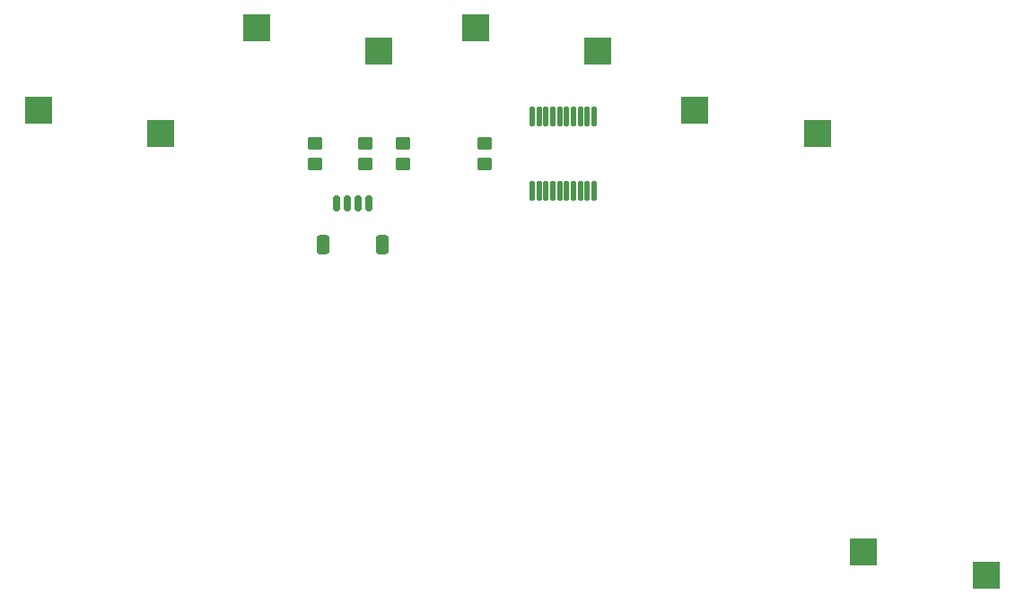
<source format=gbr>
%TF.GenerationSoftware,KiCad,Pcbnew,9.0.0*%
%TF.CreationDate,2025-05-22T09:46:44-07:00*%
%TF.ProjectId,cinco-cinco,63696e63-6f2d-4636-996e-636f2e6b6963,rev?*%
%TF.SameCoordinates,Original*%
%TF.FileFunction,Paste,Bot*%
%TF.FilePolarity,Positive*%
%FSLAX46Y46*%
G04 Gerber Fmt 4.6, Leading zero omitted, Abs format (unit mm)*
G04 Created by KiCad (PCBNEW 9.0.0) date 2025-05-22 09:46:44*
%MOMM*%
%LPD*%
G01*
G04 APERTURE LIST*
G04 Aperture macros list*
%AMRoundRect*
0 Rectangle with rounded corners*
0 $1 Rounding radius*
0 $2 $3 $4 $5 $6 $7 $8 $9 X,Y pos of 4 corners*
0 Add a 4 corners polygon primitive as box body*
4,1,4,$2,$3,$4,$5,$6,$7,$8,$9,$2,$3,0*
0 Add four circle primitives for the rounded corners*
1,1,$1+$1,$2,$3*
1,1,$1+$1,$4,$5*
1,1,$1+$1,$6,$7*
1,1,$1+$1,$8,$9*
0 Add four rect primitives between the rounded corners*
20,1,$1+$1,$2,$3,$4,$5,0*
20,1,$1+$1,$4,$5,$6,$7,0*
20,1,$1+$1,$6,$7,$8,$9,0*
20,1,$1+$1,$8,$9,$2,$3,0*%
G04 Aperture macros list end*
%ADD10R,2.600000X2.600000*%
%ADD11RoundRect,0.250000X0.450000X-0.350000X0.450000X0.350000X-0.450000X0.350000X-0.450000X-0.350000X0*%
%ADD12RoundRect,0.125000X-0.125000X0.825000X-0.125000X-0.825000X0.125000X-0.825000X0.125000X0.825000X0*%
%ADD13RoundRect,0.150000X0.150000X0.625000X-0.150000X0.625000X-0.150000X-0.625000X0.150000X-0.625000X0*%
%ADD14RoundRect,0.250000X0.350000X0.650000X-0.350000X0.650000X-0.350000X-0.650000X0.350000X-0.650000X0*%
G04 APERTURE END LIST*
D10*
%TO.C,SW1*%
X214820000Y-83950000D03*
X203270000Y-81750000D03*
%TD*%
%TO.C,SW2*%
X194145000Y-83950000D03*
X182595000Y-81750000D03*
%TD*%
%TO.C,SW5*%
X251445000Y-133450000D03*
X239895000Y-131250000D03*
%TD*%
%TO.C,SW3*%
X173565000Y-91750000D03*
X162015000Y-89550000D03*
%TD*%
%TO.C,SW4*%
X235525000Y-91750000D03*
X223975000Y-89550000D03*
%TD*%
D11*
%TO.C,R3*%
X188130000Y-94650000D03*
X188130000Y-92650000D03*
%TD*%
D12*
%TO.C,U1*%
X208610000Y-90150000D03*
X209260000Y-90150000D03*
X209910000Y-90150000D03*
X210560000Y-90150000D03*
X211210000Y-90150000D03*
X211860000Y-90150000D03*
X212510000Y-90150000D03*
X213160000Y-90150000D03*
X213810000Y-90150000D03*
X214460000Y-90150000D03*
X214460000Y-97150000D03*
X213810000Y-97150000D03*
X213160000Y-97150000D03*
X212510000Y-97150000D03*
X211860000Y-97150000D03*
X211210000Y-97150000D03*
X210560000Y-97150000D03*
X209910000Y-97150000D03*
X209260000Y-97150000D03*
X208610000Y-97150000D03*
%TD*%
D11*
%TO.C,R4*%
X204150000Y-94650000D03*
X204150000Y-92650000D03*
%TD*%
D13*
%TO.C,J1*%
X193170000Y-98360000D03*
X192170000Y-98360000D03*
X191170000Y-98360000D03*
X190170000Y-98360000D03*
D14*
X194470000Y-102235000D03*
X188870000Y-102235000D03*
%TD*%
D11*
%TO.C,R2*%
X192910000Y-94650000D03*
X192910000Y-92650000D03*
%TD*%
%TO.C,R1*%
X196450000Y-94650000D03*
X196450000Y-92650000D03*
%TD*%
M02*

</source>
